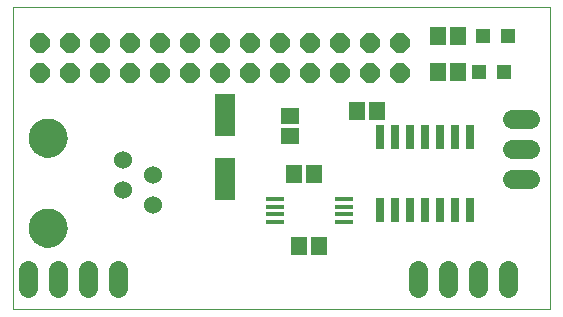
<source format=gts>
G75*
G70*
%OFA0B0*%
%FSLAX24Y24*%
%IPPOS*%
%LPD*%
%AMOC8*
5,1,8,0,0,1.08239X$1,22.5*
%
%ADD10C,0.0000*%
%ADD11R,0.0300X0.0840*%
%ADD12OC8,0.0640*%
%ADD13R,0.0552X0.0631*%
%ADD14R,0.0631X0.0552*%
%ADD15R,0.0670X0.1418*%
%ADD16R,0.0620X0.0180*%
%ADD17C,0.0640*%
%ADD18R,0.0512X0.0512*%
%ADD19C,0.0600*%
%ADD20C,0.1300*%
D10*
X003055Y000150D02*
X003055Y010226D01*
X020925Y010226D01*
X020925Y000150D01*
X003055Y000150D01*
X003565Y002870D02*
X003567Y002920D01*
X003573Y002970D01*
X003583Y003019D01*
X003597Y003067D01*
X003614Y003114D01*
X003635Y003159D01*
X003660Y003203D01*
X003688Y003244D01*
X003720Y003283D01*
X003754Y003320D01*
X003791Y003354D01*
X003831Y003384D01*
X003873Y003411D01*
X003917Y003435D01*
X003963Y003456D01*
X004010Y003472D01*
X004058Y003485D01*
X004108Y003494D01*
X004157Y003499D01*
X004208Y003500D01*
X004258Y003497D01*
X004307Y003490D01*
X004356Y003479D01*
X004404Y003464D01*
X004450Y003446D01*
X004495Y003424D01*
X004538Y003398D01*
X004579Y003369D01*
X004618Y003337D01*
X004654Y003302D01*
X004686Y003264D01*
X004716Y003224D01*
X004743Y003181D01*
X004766Y003137D01*
X004785Y003091D01*
X004801Y003043D01*
X004813Y002994D01*
X004821Y002945D01*
X004825Y002895D01*
X004825Y002845D01*
X004821Y002795D01*
X004813Y002746D01*
X004801Y002697D01*
X004785Y002649D01*
X004766Y002603D01*
X004743Y002559D01*
X004716Y002516D01*
X004686Y002476D01*
X004654Y002438D01*
X004618Y002403D01*
X004579Y002371D01*
X004538Y002342D01*
X004495Y002316D01*
X004450Y002294D01*
X004404Y002276D01*
X004356Y002261D01*
X004307Y002250D01*
X004258Y002243D01*
X004208Y002240D01*
X004157Y002241D01*
X004108Y002246D01*
X004058Y002255D01*
X004010Y002268D01*
X003963Y002284D01*
X003917Y002305D01*
X003873Y002329D01*
X003831Y002356D01*
X003791Y002386D01*
X003754Y002420D01*
X003720Y002457D01*
X003688Y002496D01*
X003660Y002537D01*
X003635Y002581D01*
X003614Y002626D01*
X003597Y002673D01*
X003583Y002721D01*
X003573Y002770D01*
X003567Y002820D01*
X003565Y002870D01*
X003565Y005870D02*
X003567Y005920D01*
X003573Y005970D01*
X003583Y006019D01*
X003597Y006067D01*
X003614Y006114D01*
X003635Y006159D01*
X003660Y006203D01*
X003688Y006244D01*
X003720Y006283D01*
X003754Y006320D01*
X003791Y006354D01*
X003831Y006384D01*
X003873Y006411D01*
X003917Y006435D01*
X003963Y006456D01*
X004010Y006472D01*
X004058Y006485D01*
X004108Y006494D01*
X004157Y006499D01*
X004208Y006500D01*
X004258Y006497D01*
X004307Y006490D01*
X004356Y006479D01*
X004404Y006464D01*
X004450Y006446D01*
X004495Y006424D01*
X004538Y006398D01*
X004579Y006369D01*
X004618Y006337D01*
X004654Y006302D01*
X004686Y006264D01*
X004716Y006224D01*
X004743Y006181D01*
X004766Y006137D01*
X004785Y006091D01*
X004801Y006043D01*
X004813Y005994D01*
X004821Y005945D01*
X004825Y005895D01*
X004825Y005845D01*
X004821Y005795D01*
X004813Y005746D01*
X004801Y005697D01*
X004785Y005649D01*
X004766Y005603D01*
X004743Y005559D01*
X004716Y005516D01*
X004686Y005476D01*
X004654Y005438D01*
X004618Y005403D01*
X004579Y005371D01*
X004538Y005342D01*
X004495Y005316D01*
X004450Y005294D01*
X004404Y005276D01*
X004356Y005261D01*
X004307Y005250D01*
X004258Y005243D01*
X004208Y005240D01*
X004157Y005241D01*
X004108Y005246D01*
X004058Y005255D01*
X004010Y005268D01*
X003963Y005284D01*
X003917Y005305D01*
X003873Y005329D01*
X003831Y005356D01*
X003791Y005386D01*
X003754Y005420D01*
X003720Y005457D01*
X003688Y005496D01*
X003660Y005537D01*
X003635Y005581D01*
X003614Y005626D01*
X003597Y005673D01*
X003583Y005721D01*
X003573Y005770D01*
X003567Y005820D01*
X003565Y005870D01*
D11*
X015275Y005900D03*
X015775Y005900D03*
X016275Y005900D03*
X016775Y005900D03*
X017275Y005900D03*
X017775Y005900D03*
X018275Y005900D03*
X018275Y003480D03*
X017775Y003480D03*
X017275Y003480D03*
X016775Y003480D03*
X016275Y003480D03*
X015775Y003480D03*
X015275Y003480D03*
D12*
X014935Y008030D03*
X013935Y008030D03*
X012935Y008030D03*
X011935Y008030D03*
X010935Y008030D03*
X009935Y008030D03*
X008935Y008030D03*
X007935Y008030D03*
X006935Y008030D03*
X005935Y008030D03*
X004935Y008030D03*
X003935Y008030D03*
X003935Y009030D03*
X004935Y009030D03*
X005935Y009030D03*
X006935Y009030D03*
X007935Y009030D03*
X008935Y009030D03*
X009935Y009030D03*
X010935Y009030D03*
X011935Y009030D03*
X012935Y009030D03*
X013935Y009030D03*
X014935Y009030D03*
X015935Y009030D03*
X015935Y008030D03*
D13*
X017220Y008070D03*
X017890Y008070D03*
X017890Y009250D03*
X017220Y009250D03*
X015170Y006770D03*
X014500Y006770D03*
X013090Y004650D03*
X012420Y004650D03*
X012580Y002270D03*
X013250Y002270D03*
D14*
X012275Y005915D03*
X012275Y006585D03*
D15*
X010095Y006633D03*
X010095Y004507D03*
D16*
X011765Y003830D03*
X011765Y003580D03*
X011765Y003320D03*
X011765Y003070D03*
X014065Y003070D03*
X014065Y003320D03*
X014065Y003580D03*
X014065Y003830D03*
D17*
X016555Y001450D02*
X016555Y000850D01*
X017555Y000850D02*
X017555Y001450D01*
X018555Y001450D02*
X018555Y000850D01*
X019555Y000850D02*
X019555Y001450D01*
X019675Y004490D02*
X020275Y004490D01*
X020275Y005490D02*
X019675Y005490D01*
X019675Y006490D02*
X020275Y006490D01*
X006555Y001450D02*
X006555Y000850D01*
X005555Y000850D02*
X005555Y001450D01*
X004555Y001450D02*
X004555Y000850D01*
X003555Y000850D02*
X003555Y001450D01*
D18*
X018582Y008070D03*
X019409Y008070D03*
X019529Y009250D03*
X018702Y009250D03*
D19*
X007695Y004620D03*
X006695Y004120D03*
X007695Y003620D03*
X006695Y005120D03*
D20*
X004195Y005870D03*
X004195Y002870D03*
M02*

</source>
